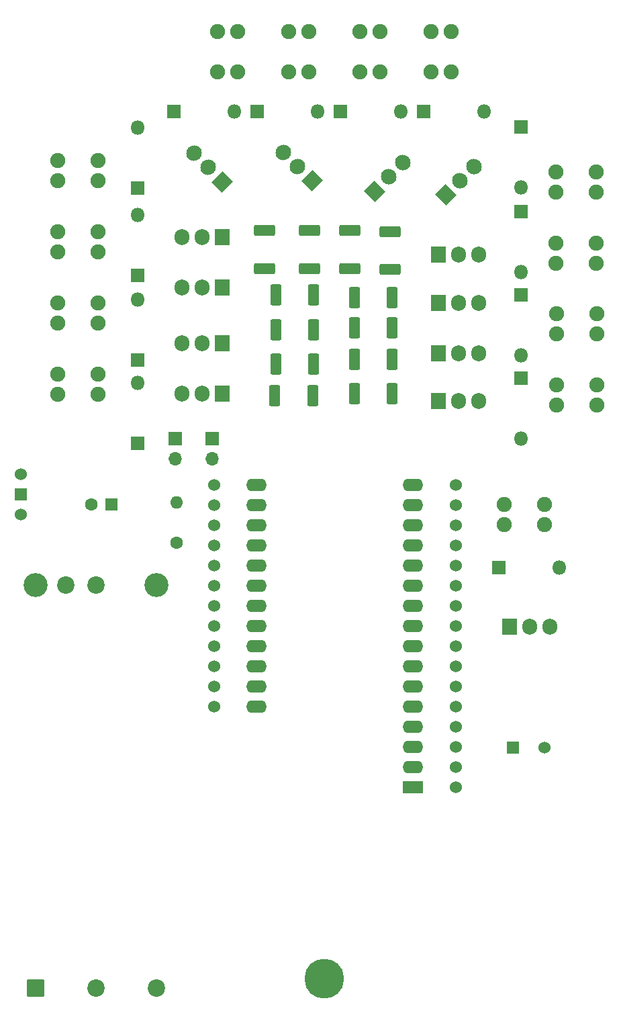
<source format=gbs>
%TF.GenerationSoftware,KiCad,Pcbnew,8.0.4*%
%TF.CreationDate,2025-02-09T16:53:56-05:00*%
%TF.ProjectId,Chassis,43686173-7369-4732-9e6b-696361645f70,rev?*%
%TF.SameCoordinates,Original*%
%TF.FileFunction,Soldermask,Bot*%
%TF.FilePolarity,Negative*%
%FSLAX46Y46*%
G04 Gerber Fmt 4.6, Leading zero omitted, Abs format (unit mm)*
G04 Created by KiCad (PCBNEW 8.0.4) date 2025-02-09 16:53:56*
%MOMM*%
%LPD*%
G01*
G04 APERTURE LIST*
G04 Aperture macros list*
%AMRoundRect*
0 Rectangle with rounded corners*
0 $1 Rounding radius*
0 $2 $3 $4 $5 $6 $7 $8 $9 X,Y pos of 4 corners*
0 Add a 4 corners polygon primitive as box body*
4,1,4,$2,$3,$4,$5,$6,$7,$8,$9,$2,$3,0*
0 Add four circle primitives for the rounded corners*
1,1,$1+$1,$2,$3*
1,1,$1+$1,$4,$5*
1,1,$1+$1,$6,$7*
1,1,$1+$1,$8,$9*
0 Add four rect primitives between the rounded corners*
20,1,$1+$1,$2,$3,$4,$5,0*
20,1,$1+$1,$4,$5,$6,$7,0*
20,1,$1+$1,$6,$7,$8,$9,0*
20,1,$1+$1,$8,$9,$2,$3,0*%
%AMHorizOval*
0 Thick line with rounded ends*
0 $1 width*
0 $2 $3 position (X,Y) of the first rounded end (center of the circle)*
0 $4 $5 position (X,Y) of the second rounded end (center of the circle)*
0 Add line between two ends*
20,1,$1,$2,$3,$4,$5,0*
0 Add two circle primitives to create the rounded ends*
1,1,$1,$2,$3*
1,1,$1,$4,$5*%
%AMRotRect*
0 Rectangle, with rotation*
0 The origin of the aperture is its center*
0 $1 length*
0 $2 width*
0 $3 Rotation angle, in degrees counterclockwise*
0 Add horizontal line*
21,1,$1,$2,0,0,$3*%
G04 Aperture macros list end*
%ADD10C,1.600000*%
%ADD11R,1.600000X1.600000*%
%ADD12C,5.000000*%
%ADD13R,1.800000X1.800000*%
%ADD14O,1.800000X1.800000*%
%ADD15C,1.900000*%
%ADD16RoundRect,0.250000X1.050000X0.550000X-1.050000X0.550000X-1.050000X-0.550000X1.050000X-0.550000X0*%
%ADD17O,2.600000X1.600000*%
%ADD18O,1.600000X1.600000*%
%ADD19RoundRect,0.102000X0.997500X-0.997500X0.997500X0.997500X-0.997500X0.997500X-0.997500X-0.997500X0*%
%ADD20C,2.199000*%
%ADD21C,3.024000*%
%ADD22R,1.905000X2.000000*%
%ADD23O,1.905000X2.000000*%
%ADD24C,1.524000*%
%ADD25R,1.700000X1.700000*%
%ADD26O,1.700000X1.700000*%
%ADD27R,1.524000X1.524000*%
%ADD28RotRect,1.905000X2.000000X45.000000*%
%ADD29HorizOval,1.905000X-0.033588X0.033588X0.033588X-0.033588X0*%
%ADD30HorizOval,1.905000X0.033588X0.033588X-0.033588X-0.033588X0*%
%ADD31RotRect,1.905000X2.000000X135.000000*%
%ADD32RoundRect,0.249999X-1.075001X0.450001X-1.075001X-0.450001X1.075001X-0.450001X1.075001X0.450001X0*%
%ADD33RoundRect,0.249999X0.450001X1.075001X-0.450001X1.075001X-0.450001X-1.075001X0.450001X-1.075001X0*%
%ADD34RoundRect,0.249999X-0.450001X-1.075001X0.450001X-1.075001X0.450001X1.075001X-0.450001X1.075001X0*%
G04 APERTURE END LIST*
D10*
%TO.C,C1*%
X88065000Y-94475000D03*
D11*
X90565000Y-94475000D03*
%TD*%
D12*
%TO.C,BT1*%
X117395000Y-154305000D03*
%TD*%
D13*
%TO.C,D12*%
X142240000Y-57579000D03*
D14*
X142240000Y-65199000D03*
%TD*%
D15*
%TO.C,J13*%
X146621000Y-64112000D03*
X151701000Y-64112000D03*
X146621000Y-61572000D03*
X151701000Y-61572000D03*
%TD*%
D13*
%TO.C,D10*%
X93830000Y-76277000D03*
D14*
X93830000Y-68657000D03*
%TD*%
D16*
%TO.C,A1*%
X128605000Y-130175000D03*
D17*
X128605000Y-127635000D03*
X128605000Y-125095000D03*
X128605000Y-122555000D03*
X128605000Y-120015000D03*
X128605000Y-117475000D03*
X128605000Y-114935000D03*
X128605000Y-112395000D03*
X128605000Y-109855000D03*
X128605000Y-107315000D03*
X128605000Y-104775000D03*
X128605000Y-102235000D03*
X128605000Y-99695000D03*
X128605000Y-97155000D03*
X128605000Y-94615000D03*
X128605000Y-92075000D03*
X108885000Y-92075000D03*
X108885000Y-94615000D03*
X108885000Y-97155000D03*
X108885000Y-99695000D03*
X108885000Y-102235000D03*
X108885000Y-104775000D03*
X108885000Y-107315000D03*
X108885000Y-109855000D03*
X108885000Y-112395000D03*
X108885000Y-114935000D03*
X108885000Y-117475000D03*
X108885000Y-120015000D03*
%TD*%
D10*
%TO.C,R14*%
X98820000Y-99330000D03*
D18*
X98820000Y-94250000D03*
%TD*%
D13*
%TO.C,D9*%
X93830000Y-65657000D03*
D14*
X93830000Y-58037000D03*
%TD*%
D19*
%TO.C,PS1*%
X81040000Y-155435000D03*
D20*
X88660000Y-155435000D03*
X96280000Y-155435000D03*
D21*
X96280000Y-104635000D03*
D20*
X88660000Y-104635000D03*
X84850000Y-104635000D03*
D21*
X81040000Y-104635000D03*
%TD*%
D13*
%TO.C,D4*%
X108927000Y-44956000D03*
D14*
X116547000Y-44956000D03*
%TD*%
D13*
%TO.C,D3*%
X119427000Y-44956000D03*
D14*
X127047000Y-44956000D03*
%TD*%
D15*
%TO.C,J3*%
X133434000Y-40005000D03*
X133434000Y-34925000D03*
X130894000Y-40005000D03*
X130894000Y-34925000D03*
%TD*%
%TO.C,J10*%
X88900000Y-60157000D03*
X83820000Y-60157000D03*
X88900000Y-62697000D03*
X83820000Y-62697000D03*
%TD*%
%TO.C,J5*%
X115486000Y-40005000D03*
X115486000Y-34925000D03*
X112946000Y-40005000D03*
X112946000Y-34925000D03*
%TD*%
D22*
%TO.C,Q7*%
X131840000Y-75425000D03*
D23*
X134380000Y-75425000D03*
X136920000Y-75425000D03*
%TD*%
D22*
%TO.C,Q12*%
X131840000Y-69075000D03*
D23*
X134380000Y-69075000D03*
X136920000Y-69075000D03*
%TD*%
D13*
%TO.C,D5*%
X98427000Y-44956000D03*
D14*
X106047000Y-44956000D03*
%TD*%
D15*
%TO.C,J9*%
X88900000Y-51183000D03*
X83820000Y-51183000D03*
X88900000Y-53723000D03*
X83820000Y-53723000D03*
%TD*%
D24*
%TO.C,J17*%
X103505000Y-92075000D03*
X103505000Y-94615000D03*
X103505000Y-97155000D03*
X103505000Y-99695000D03*
X103505000Y-102235000D03*
X103505000Y-104775000D03*
X103505000Y-107315000D03*
X103505000Y-109855000D03*
X103505000Y-112395000D03*
X103505000Y-114935000D03*
X103505000Y-117475000D03*
X103505000Y-120015000D03*
%TD*%
D13*
%TO.C,D2*%
X129927000Y-44956000D03*
D14*
X137547000Y-44956000D03*
%TD*%
D25*
%TO.C,J18*%
X103265000Y-86220000D03*
D26*
X103265000Y-88760000D03*
%TD*%
D24*
%TO.C,J1*%
X79135000Y-95745000D03*
D27*
X79135000Y-93205000D03*
D24*
X79135000Y-90665000D03*
%TD*%
D28*
%TO.C,Q2*%
X132692898Y-55522102D03*
D29*
X134488949Y-53726051D03*
X136285000Y-51930000D03*
%TD*%
D25*
%TO.C,J14*%
X98615000Y-86220000D03*
D26*
X98615000Y-88760000D03*
%TD*%
D24*
%TO.C,J16*%
X133985000Y-130175000D03*
X133985000Y-127635000D03*
X133985000Y-125095000D03*
X133985000Y-122555000D03*
X133985000Y-120015000D03*
X133985000Y-117475000D03*
X133985000Y-114935000D03*
X133985000Y-112395000D03*
X133985000Y-109855000D03*
X133985000Y-107315000D03*
X133985000Y-104775000D03*
X133985000Y-102235000D03*
X133985000Y-99695000D03*
X133985000Y-97155000D03*
X133985000Y-94615000D03*
X133985000Y-92075000D03*
%TD*%
D13*
%TO.C,D7*%
X142240000Y-68079000D03*
D14*
X142240000Y-75699000D03*
%TD*%
D15*
%TO.C,J4*%
X124460000Y-40005000D03*
X124460000Y-34925000D03*
X121920000Y-40005000D03*
X121920000Y-34925000D03*
%TD*%
D13*
%TO.C,D11*%
X93830000Y-86777000D03*
D14*
X93830000Y-79157000D03*
%TD*%
D22*
%TO.C,Q11*%
X104535000Y-80505000D03*
D23*
X101995000Y-80505000D03*
X99455000Y-80505000D03*
%TD*%
D15*
%TO.C,J8*%
X146740000Y-73025000D03*
X151820000Y-73025000D03*
X146740000Y-70485000D03*
X151820000Y-70485000D03*
%TD*%
%TO.C,J2*%
X140095000Y-97015000D03*
X145175000Y-97015000D03*
X140095000Y-94475000D03*
X145175000Y-94475000D03*
%TD*%
D13*
%TO.C,D1*%
X139445000Y-102460000D03*
D14*
X147065000Y-102460000D03*
%TD*%
D28*
%TO.C,Q3*%
X123727165Y-55029267D03*
D29*
X125523216Y-53233216D03*
X127319267Y-51437165D03*
%TD*%
D24*
%TO.C,BZ1*%
X145175000Y-125180000D03*
D27*
X141175000Y-125180000D03*
%TD*%
D22*
%TO.C,Q8*%
X104534999Y-60820000D03*
D23*
X101994999Y-60820000D03*
X99455000Y-60820000D03*
%TD*%
D15*
%TO.C,J6*%
X106512000Y-40005000D03*
X106512000Y-34925000D03*
X103972000Y-40005000D03*
X103972000Y-34925000D03*
%TD*%
D22*
%TO.C,Q9*%
X104534999Y-67170000D03*
D23*
X101994999Y-67170000D03*
X99454999Y-67170000D03*
%TD*%
D22*
%TO.C,Q6*%
X131840000Y-81450000D03*
D23*
X134380000Y-81450000D03*
X136920000Y-81450000D03*
%TD*%
D15*
%TO.C,J15*%
X146621000Y-55138000D03*
X151701000Y-55138000D03*
X146621000Y-52598000D03*
X151701000Y-52598000D03*
%TD*%
D13*
%TO.C,D6*%
X142240000Y-78579000D03*
D14*
X142240000Y-86199000D03*
%TD*%
D30*
%TO.C,Q5*%
X100942898Y-50242898D03*
X102738949Y-52038949D03*
D31*
X104535000Y-53835000D03*
%TD*%
D22*
%TO.C,Q1*%
X140785000Y-109940000D03*
D23*
X143325000Y-109940000D03*
X145865000Y-109940000D03*
%TD*%
D13*
%TO.C,D13*%
X142240000Y-46889000D03*
D14*
X142240000Y-54509000D03*
%TD*%
D22*
%TO.C,Q13*%
X131840000Y-63035000D03*
D23*
X134380000Y-63035000D03*
X136920000Y-63035000D03*
%TD*%
D22*
%TO.C,Q10*%
X104535000Y-74155000D03*
D23*
X101995000Y-74155000D03*
X99455000Y-74155000D03*
%TD*%
D15*
%TO.C,J7*%
X146740000Y-81999000D03*
X151820000Y-81999000D03*
X146740000Y-79459000D03*
X151820000Y-79459000D03*
%TD*%
D30*
%TO.C,Q4*%
X112263949Y-50133949D03*
X114060000Y-51930000D03*
D31*
X115856051Y-53726051D03*
%TD*%
D15*
%TO.C,J12*%
X88900000Y-78105000D03*
X83820000Y-78105000D03*
X88900000Y-80645000D03*
X83820000Y-80645000D03*
%TD*%
D13*
%TO.C,D8*%
X93830000Y-54657000D03*
D14*
X93830000Y-47037000D03*
%TD*%
D15*
%TO.C,J11*%
X88900000Y-69131000D03*
X83820000Y-69131000D03*
X88900000Y-71671000D03*
X83820000Y-71671000D03*
%TD*%
D32*
%TO.C,R4*%
X115570000Y-64770000D03*
X115570000Y-59970000D03*
%TD*%
D33*
%TO.C,R12*%
X125985000Y-72250000D03*
X121185000Y-72250000D03*
%TD*%
%TO.C,R7*%
X125985000Y-76200000D03*
X121185000Y-76200000D03*
%TD*%
D32*
%TO.C,R5*%
X109855000Y-59970000D03*
X109855000Y-64770000D03*
%TD*%
D33*
%TO.C,R6*%
X125985000Y-80505000D03*
X121185000Y-80505000D03*
%TD*%
D34*
%TO.C,R11*%
X111145000Y-80785000D03*
X115945000Y-80785000D03*
%TD*%
D32*
%TO.C,R2*%
X125730000Y-64910000D03*
X125730000Y-60110000D03*
%TD*%
D33*
%TO.C,R13*%
X121185000Y-68440000D03*
X125985000Y-68440000D03*
%TD*%
D34*
%TO.C,R10*%
X111285000Y-76835000D03*
X116085000Y-76835000D03*
%TD*%
%TO.C,R8*%
X111285000Y-68085000D03*
X116085000Y-68085000D03*
%TD*%
D32*
%TO.C,R3*%
X120650000Y-64770000D03*
X120650000Y-59970000D03*
%TD*%
D34*
%TO.C,R9*%
X111285000Y-72530000D03*
X116085000Y-72530000D03*
%TD*%
M02*

</source>
